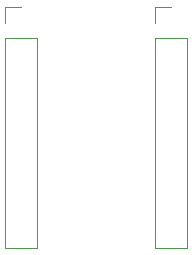
<source format=gbr>
%TF.GenerationSoftware,KiCad,Pcbnew,(5.1.10)-1*%
%TF.CreationDate,2021-07-26T16:24:52-05:00*%
%TF.ProjectId,DAC7678_16TSSOP,44414337-3637-4385-9f31-365453534f50,rev?*%
%TF.SameCoordinates,Original*%
%TF.FileFunction,Legend,Bot*%
%TF.FilePolarity,Positive*%
%FSLAX46Y46*%
G04 Gerber Fmt 4.6, Leading zero omitted, Abs format (unit mm)*
G04 Created by KiCad (PCBNEW (5.1.10)-1) date 2021-07-26 16:24:52*
%MOMM*%
%LPD*%
G01*
G04 APERTURE LIST*
%ADD10C,0.120000*%
G04 APERTURE END LIST*
D10*
%TO.C,J2*%
X140970000Y-78680000D02*
X139640000Y-78680000D01*
X139640000Y-78680000D02*
X139640000Y-80010000D01*
X139640000Y-81280000D02*
X139640000Y-99120000D01*
X142300000Y-99120000D02*
X139640000Y-99120000D01*
X142300000Y-81280000D02*
X142300000Y-99120000D01*
X142300000Y-81280000D02*
X139640000Y-81280000D01*
%TO.C,J1*%
X128270000Y-78680000D02*
X126940000Y-78680000D01*
X126940000Y-78680000D02*
X126940000Y-80010000D01*
X126940000Y-81280000D02*
X126940000Y-99120000D01*
X129600000Y-99120000D02*
X126940000Y-99120000D01*
X129600000Y-81280000D02*
X129600000Y-99120000D01*
X129600000Y-81280000D02*
X126940000Y-81280000D01*
%TD*%
M02*

</source>
